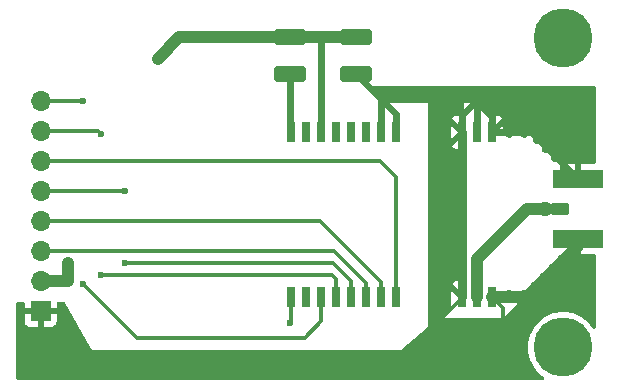
<source format=gbr>
%TF.GenerationSoftware,KiCad,Pcbnew,8.0.2*%
%TF.CreationDate,2024-06-12T11:30:57+02:00*%
%TF.ProjectId,e07-900m10s-breakout,6530372d-3930-4306-9d31-30732d627265,rev?*%
%TF.SameCoordinates,Original*%
%TF.FileFunction,Copper,L1,Top*%
%TF.FilePolarity,Positive*%
%FSLAX46Y46*%
G04 Gerber Fmt 4.6, Leading zero omitted, Abs format (unit mm)*
G04 Created by KiCad (PCBNEW 8.0.2) date 2024-06-12 11:30:57*
%MOMM*%
%LPD*%
G01*
G04 APERTURE LIST*
G04 Aperture macros list*
%AMRoundRect*
0 Rectangle with rounded corners*
0 $1 Rounding radius*
0 $2 $3 $4 $5 $6 $7 $8 $9 X,Y pos of 4 corners*
0 Add a 4 corners polygon primitive as box body*
4,1,4,$2,$3,$4,$5,$6,$7,$8,$9,$2,$3,0*
0 Add four circle primitives for the rounded corners*
1,1,$1+$1,$2,$3*
1,1,$1+$1,$4,$5*
1,1,$1+$1,$6,$7*
1,1,$1+$1,$8,$9*
0 Add four rect primitives between the rounded corners*
20,1,$1+$1,$2,$3,$4,$5,0*
20,1,$1+$1,$4,$5,$6,$7,0*
20,1,$1+$1,$6,$7,$8,$9,0*
20,1,$1+$1,$8,$9,$2,$3,0*%
G04 Aperture macros list end*
%TA.AperFunction,ComponentPad*%
%ADD10C,0.800000*%
%TD*%
%TA.AperFunction,ComponentPad*%
%ADD11C,5.000000*%
%TD*%
%TA.AperFunction,SMDPad,CuDef*%
%ADD12R,0.800000X1.800000*%
%TD*%
%TA.AperFunction,SMDPad,CuDef*%
%ADD13RoundRect,0.250000X1.100000X-0.412500X1.100000X0.412500X-1.100000X0.412500X-1.100000X-0.412500X0*%
%TD*%
%TA.AperFunction,SMDPad,CuDef*%
%ADD14RoundRect,0.101600X0.660400X0.406400X-0.660400X0.406400X-0.660400X-0.406400X0.660400X-0.406400X0*%
%TD*%
%TA.AperFunction,ComponentPad*%
%ADD15C,1.270000*%
%TD*%
%TA.AperFunction,SMDPad,CuDef*%
%ADD16R,4.318000X1.524000*%
%TD*%
%TA.AperFunction,ComponentPad*%
%ADD17R,1.700000X1.700000*%
%TD*%
%TA.AperFunction,ComponentPad*%
%ADD18O,1.700000X1.700000*%
%TD*%
%TA.AperFunction,ViaPad*%
%ADD19C,0.600000*%
%TD*%
%TA.AperFunction,Conductor*%
%ADD20C,0.600000*%
%TD*%
%TA.AperFunction,Conductor*%
%ADD21C,0.300000*%
%TD*%
%TA.AperFunction,Conductor*%
%ADD22C,0.800000*%
%TD*%
%TA.AperFunction,Conductor*%
%ADD23C,1.000000*%
%TD*%
%TA.AperFunction,Conductor*%
%ADD24C,0.200000*%
%TD*%
%TA.AperFunction,Conductor*%
%ADD25C,0.500000*%
%TD*%
G04 APERTURE END LIST*
D10*
%TO.P,H3,1*%
%TO.N,N/C*%
X153120825Y-76763825D03*
X153670000Y-75438000D03*
X153670000Y-78089650D03*
X154995825Y-74888825D03*
D11*
X154995825Y-76763825D03*
D10*
X154995825Y-78638825D03*
X156321650Y-75438000D03*
X156321650Y-78089650D03*
X156870825Y-76763825D03*
%TD*%
D12*
%TO.P,U1,1,GND*%
%TO.N,GND*%
X148954000Y-58532000D03*
%TO.P,U1,2,GND*%
X147684000Y-58532000D03*
%TO.P,U1,3,GND*%
X146414000Y-58532000D03*
%TO.P,U1,4,GND*%
X140844000Y-58532000D03*
%TO.P,U1,5,GND*%
X139574000Y-58532000D03*
%TO.P,U1,6*%
%TO.N,N/C*%
X138304000Y-58532000D03*
%TO.P,U1,7*%
X137034000Y-58532000D03*
%TO.P,U1,8*%
X135764000Y-58532000D03*
%TO.P,U1,9,VCC*%
%TO.N,3V3*%
X134494000Y-58532000D03*
%TO.P,U1,10*%
%TO.N,N/C*%
X133224000Y-58532000D03*
%TO.P,U1,11,GND*%
%TO.N,GND*%
X131954000Y-58532000D03*
%TO.P,U1,12,GND*%
X131954000Y-72532000D03*
%TO.P,U1,13*%
%TO.N,N/C*%
X133224000Y-72532000D03*
%TO.P,U1,14,GDO2*%
%TO.N,/GDO2*%
X134494000Y-72532000D03*
%TO.P,U1,15,GDO0*%
%TO.N,/GDO0*%
X135764000Y-72532000D03*
%TO.P,U1,16,GD01/MISO*%
%TO.N,/MISO*%
X137034000Y-72532000D03*
%TO.P,U1,17,MOSI*%
%TO.N,/MOSI*%
X138304000Y-72532000D03*
%TO.P,U1,18,SCK*%
%TO.N,/SCLK*%
X139574000Y-72532000D03*
%TO.P,U1,19,CSN*%
%TO.N,/CSN*%
X140844000Y-72532000D03*
%TO.P,U1,20,GND*%
%TO.N,GND*%
X146414000Y-72532000D03*
%TO.P,U1,21,ANT*%
%TO.N,/ANTENNA*%
X147684000Y-72532000D03*
%TO.P,U1,22,GND*%
%TO.N,GND*%
X148954000Y-72532000D03*
%TD*%
D13*
%TO.P,C1,1,1*%
%TO.N,GND*%
X131826000Y-53594000D03*
%TO.P,C1,2,2*%
%TO.N,3V3*%
X131826000Y-50469000D03*
%TD*%
D10*
%TO.P,H4,1*%
%TO.N,N/C*%
X153120825Y-50601825D03*
X153670000Y-49276000D03*
X153670000Y-51927650D03*
X154995825Y-48726825D03*
D11*
X154995825Y-50601825D03*
D10*
X154995825Y-52476825D03*
X156321650Y-49276000D03*
X156321650Y-51927650D03*
X156870825Y-50601825D03*
%TD*%
D14*
%TO.P,J$1,ANT1,ANT*%
%TO.N,/ANTENNA*%
X154716750Y-65024000D03*
D15*
%TO.P,J$1,ANT2,ANT*%
X153479500Y-65024000D03*
D16*
%TO.P,J$1,GND3,GND*%
%TO.N,GND*%
X156210000Y-67564000D03*
%TO.P,J$1,GND4,GND*%
X156210000Y-62484000D03*
%TD*%
D17*
%TO.P,J1,1,Pin_1*%
%TO.N,GND*%
X110744000Y-73660000D03*
D18*
%TO.P,J1,2,Pin_2*%
%TO.N,3V3*%
X110744000Y-71120000D03*
%TO.P,J1,3,Pin_3*%
%TO.N,/MOSI*%
X110744000Y-68580000D03*
%TO.P,J1,4,Pin_4*%
%TO.N,/SCLK*%
X110744000Y-66040000D03*
%TO.P,J1,5,Pin_5*%
%TO.N,/MISO*%
X110744000Y-63500000D03*
%TO.P,J1,6,Pin_6*%
%TO.N,/CSN*%
X110744000Y-60960000D03*
%TO.P,J1,7,Pin_7*%
%TO.N,/GDO0*%
X110744000Y-58420000D03*
%TO.P,J1,8,Pin_8*%
%TO.N,/GDO2*%
X110744000Y-55880000D03*
%TD*%
D13*
%TO.P,C2,1,1*%
%TO.N,GND*%
X137414000Y-53594000D03*
%TO.P,C2,2,2*%
%TO.N,3V3*%
X137414000Y-50469000D03*
%TD*%
D19*
%TO.N,GND*%
X129794000Y-78486000D03*
X150368000Y-72390000D03*
X154178000Y-70104000D03*
X156210000Y-72136000D03*
X144526000Y-64262000D03*
X144526000Y-74422000D03*
X155702000Y-68580000D03*
X152654000Y-71628000D03*
X146304000Y-62992000D03*
X151638000Y-58674000D03*
X131826000Y-74676000D03*
X154940000Y-61468000D03*
X146304000Y-65532000D03*
X144526000Y-69596000D03*
X110998000Y-77216000D03*
X150622000Y-76200000D03*
X144526000Y-66802000D03*
X147828000Y-55626000D03*
X144526000Y-61468000D03*
X153416000Y-59944000D03*
X146304000Y-68326000D03*
X139192000Y-55118000D03*
X150368000Y-58674000D03*
X146304000Y-70866000D03*
X146304000Y-60198000D03*
X155702000Y-57912000D03*
X151638000Y-56134000D03*
X144272000Y-55626000D03*
X120142000Y-78486000D03*
X145542000Y-77724000D03*
X131826000Y-55118000D03*
%TO.N,3V3*%
X113030000Y-69596000D03*
X120650000Y-52324000D03*
%TO.N,/MISO*%
X117856000Y-69596000D03*
X117856000Y-63500000D03*
%TO.N,/GDO0*%
X115824000Y-70612000D03*
X115824000Y-58674000D03*
%TO.N,/GDO2*%
X114300000Y-55880000D03*
X114300000Y-71374000D03*
%TD*%
D20*
%TO.N,GND*%
X154178000Y-60706000D02*
X154432000Y-60706000D01*
X139574000Y-58532000D02*
X139574000Y-55754000D01*
D21*
X149860000Y-73438000D02*
X148954000Y-72532000D01*
D22*
X146304000Y-70866000D02*
X146414000Y-70756000D01*
D20*
X154178000Y-60452000D02*
X154178000Y-60706000D01*
D23*
X150226000Y-72532000D02*
X150368000Y-72390000D01*
D22*
X146414000Y-72532000D02*
X146414000Y-70976000D01*
X146414000Y-70976000D02*
X146304000Y-70866000D01*
D23*
X148954000Y-72532000D02*
X150226000Y-72532000D01*
D22*
X146414000Y-62882000D02*
X146414000Y-61832000D01*
D20*
X152908000Y-59182000D02*
X153416000Y-59690000D01*
X150510000Y-58532000D02*
X151496000Y-58532000D01*
X150226000Y-58532000D02*
X150368000Y-58674000D01*
X153416000Y-59690000D02*
X153416000Y-59944000D01*
D23*
X156210000Y-68214000D02*
X155844000Y-68580000D01*
D20*
X151496000Y-58532000D02*
X151638000Y-58674000D01*
D23*
X151638000Y-72390000D02*
X151780000Y-72532000D01*
D22*
X146414000Y-70756000D02*
X146414000Y-69706000D01*
D21*
X146414000Y-72532000D02*
X146414000Y-72788000D01*
D20*
X148954000Y-57260000D02*
X148954000Y-58532000D01*
X147320000Y-55626000D02*
X147828000Y-55626000D01*
D21*
X131826000Y-58404000D02*
X131954000Y-58532000D01*
D22*
X146414000Y-64152000D02*
X146414000Y-63102000D01*
D23*
X155082000Y-69342000D02*
X154940000Y-69342000D01*
D21*
X144526000Y-74422000D02*
X149860000Y-74422000D01*
X146414000Y-72532000D02*
X146414000Y-72534000D01*
D23*
X155702000Y-68722000D02*
X155082000Y-69342000D01*
D22*
X146304000Y-65532000D02*
X146414000Y-65422000D01*
X146304000Y-68326000D02*
X146414000Y-68216000D01*
X146304000Y-62992000D02*
X146414000Y-62882000D01*
X146414000Y-64372000D02*
X146304000Y-64262000D01*
D23*
X154940000Y-69342000D02*
X154940000Y-69484000D01*
X151780000Y-72532000D02*
X151892000Y-72532000D01*
D20*
X151638000Y-58674000D02*
X151780000Y-58532000D01*
X140844000Y-57024000D02*
X140844000Y-58532000D01*
D23*
X152654000Y-71770000D02*
X151892000Y-72532000D01*
X153416000Y-70866000D02*
X153416000Y-71008000D01*
D22*
X146414000Y-66912000D02*
X146304000Y-66802000D01*
D20*
X154940000Y-61468000D02*
X155194000Y-61468000D01*
X147684000Y-55990000D02*
X147684000Y-58532000D01*
D22*
X146414000Y-66692000D02*
X146414000Y-65642000D01*
X146414000Y-63102000D02*
X146304000Y-62992000D01*
D20*
X147684000Y-55990000D02*
X148954000Y-57260000D01*
D22*
X146414000Y-65642000D02*
X146304000Y-65532000D01*
D21*
X131954000Y-74548000D02*
X131826000Y-74676000D01*
D22*
X146414000Y-60088000D02*
X146414000Y-58532000D01*
D20*
X154432000Y-60706000D02*
X154940000Y-61214000D01*
X139574000Y-55754000D02*
X140844000Y-57024000D01*
D23*
X152796000Y-71628000D02*
X152654000Y-71628000D01*
D20*
X154940000Y-61214000D02*
X154940000Y-61468000D01*
D22*
X146304000Y-69596000D02*
X146414000Y-69486000D01*
D20*
X144272000Y-55626000D02*
X144400000Y-55754000D01*
X155194000Y-61468000D02*
X156210000Y-62484000D01*
X139574000Y-55754000D02*
X139192000Y-55372000D01*
D22*
X146414000Y-65422000D02*
X146414000Y-64372000D01*
D20*
X152258000Y-58532000D02*
X152654000Y-58928000D01*
X147828000Y-55626000D02*
X147828000Y-56134000D01*
X152654000Y-59182000D02*
X152908000Y-59182000D01*
X139192000Y-55118000D02*
X138938000Y-55118000D01*
D22*
X146414000Y-61612000D02*
X146414000Y-60308000D01*
D23*
X153558000Y-70866000D02*
X153416000Y-70866000D01*
D20*
X147828000Y-56134000D02*
X147684000Y-55990000D01*
X138938000Y-55118000D02*
X137414000Y-53594000D01*
D23*
X155702000Y-68580000D02*
X155702000Y-68722000D01*
X154940000Y-69484000D02*
X154320000Y-70104000D01*
X150368000Y-72390000D02*
X150510000Y-72532000D01*
X152654000Y-71628000D02*
X152654000Y-71770000D01*
D22*
X146304000Y-60198000D02*
X146414000Y-60088000D01*
D21*
X156210000Y-67564000D02*
X156210000Y-68214000D01*
D20*
X151780000Y-58532000D02*
X152258000Y-58532000D01*
X153670000Y-59944000D02*
X154178000Y-60452000D01*
D22*
X146414000Y-61832000D02*
X146304000Y-61722000D01*
D20*
X150368000Y-58674000D02*
X150510000Y-58532000D01*
X146414000Y-57040000D02*
X146414000Y-58532000D01*
D23*
X154178000Y-70104000D02*
X154178000Y-70246000D01*
D20*
X139192000Y-55372000D02*
X139192000Y-55118000D01*
X152654000Y-58928000D02*
X152654000Y-59182000D01*
D23*
X150510000Y-72532000D02*
X151496000Y-72532000D01*
D22*
X146414000Y-68216000D02*
X146414000Y-66912000D01*
X146304000Y-64262000D02*
X146414000Y-64152000D01*
D20*
X147574000Y-55880000D02*
X147320000Y-55626000D01*
D23*
X151496000Y-72532000D02*
X151638000Y-72390000D01*
D20*
X139574000Y-55754000D02*
X144144000Y-55754000D01*
D21*
X146414000Y-72534000D02*
X144780000Y-74168000D01*
D23*
X154178000Y-70246000D02*
X153558000Y-70866000D01*
D20*
X144144000Y-55754000D02*
X144272000Y-55626000D01*
D21*
X131954000Y-72532000D02*
X131954000Y-74548000D01*
D20*
X147574000Y-55880000D02*
X146414000Y-57040000D01*
D21*
X149860000Y-74422000D02*
X149860000Y-73438000D01*
D23*
X155844000Y-68580000D02*
X155702000Y-68580000D01*
D24*
X148954000Y-58532000D02*
X148954000Y-58784000D01*
D22*
X146414000Y-69486000D02*
X146414000Y-68436000D01*
D20*
X148954000Y-58532000D02*
X150226000Y-58532000D01*
D22*
X146304000Y-61722000D02*
X146414000Y-61612000D01*
X146304000Y-66802000D02*
X146414000Y-66692000D01*
D20*
X147448000Y-55754000D02*
X147574000Y-55880000D01*
D22*
X146414000Y-69706000D02*
X146304000Y-69596000D01*
D23*
X154320000Y-70104000D02*
X154178000Y-70104000D01*
D20*
X131826000Y-53594000D02*
X131826000Y-55118000D01*
X131826000Y-55118000D02*
X131826000Y-58404000D01*
X144400000Y-55754000D02*
X147448000Y-55754000D01*
X153416000Y-59944000D02*
X153670000Y-59944000D01*
D22*
X146414000Y-68436000D02*
X146304000Y-68326000D01*
X146414000Y-60308000D02*
X146304000Y-60198000D01*
D23*
X153416000Y-71008000D02*
X152796000Y-71628000D01*
D24*
%TO.N,3V3*%
X155854825Y-51363825D02*
X155092825Y-50601825D01*
D20*
X134494000Y-50595000D02*
X134494000Y-58532000D01*
X134620000Y-50469000D02*
X134494000Y-50595000D01*
D23*
X110744000Y-71120000D02*
X113030000Y-71120000D01*
D25*
X137337000Y-50546000D02*
X137414000Y-50469000D01*
D23*
X134620000Y-50469000D02*
X137414000Y-50469000D01*
X131826000Y-50469000D02*
X134620000Y-50469000D01*
X122505000Y-50469000D02*
X131826000Y-50469000D01*
X120650000Y-52324000D02*
X122505000Y-50469000D01*
X113030000Y-71120000D02*
X113030000Y-69596000D01*
D21*
%TO.N,/MISO*%
X117856000Y-63500000D02*
X110744000Y-63500000D01*
X135497370Y-69596000D02*
X137034000Y-71132630D01*
X117856000Y-69596000D02*
X135497370Y-69596000D01*
X137034000Y-71132630D02*
X137034000Y-72532000D01*
%TO.N,/CSN*%
X140844000Y-72532000D02*
X140844000Y-62358000D01*
X139446000Y-60960000D02*
X110744000Y-60960000D01*
X140844000Y-62358000D02*
X139446000Y-60960000D01*
%TO.N,/GDO0*%
X115570000Y-58420000D02*
X110744000Y-58420000D01*
X115824000Y-70612000D02*
X135382000Y-70612000D01*
X135764000Y-70994000D02*
X135764000Y-72532000D01*
X135382000Y-70612000D02*
X135764000Y-70994000D01*
D24*
X115824000Y-58674000D02*
X115570000Y-58420000D01*
D21*
%TO.N,/GDO2*%
X118872000Y-75946000D02*
X133096000Y-75946000D01*
X133096000Y-75946000D02*
X134494000Y-74548000D01*
X114300000Y-55880000D02*
X110744000Y-55880000D01*
D24*
X114342000Y-71332000D02*
X114300000Y-71374000D01*
D21*
X134494000Y-74548000D02*
X134494000Y-72532000D01*
X114300000Y-71374000D02*
X118872000Y-75946000D01*
%TO.N,/MOSI*%
X135612740Y-68580000D02*
X138304000Y-71271260D01*
X110744000Y-68580000D02*
X135612740Y-68580000D01*
X138304000Y-71271260D02*
X138304000Y-72532000D01*
%TO.N,/SCLK*%
X134412000Y-66040000D02*
X139574000Y-71202000D01*
X139574000Y-71202000D02*
X139574000Y-72532000D01*
X110744000Y-66040000D02*
X134412000Y-66040000D01*
D23*
%TO.N,/ANTENNA*%
X153479500Y-65024000D02*
X151892000Y-65024000D01*
X147684000Y-69232000D02*
X147684000Y-72532000D01*
X151892000Y-65024000D02*
X147684000Y-69232000D01*
D21*
X153479500Y-65024000D02*
X154716750Y-65024000D01*
%TD*%
%TA.AperFunction,Conductor*%
%TO.N,GND*%
G36*
X157684539Y-54629685D02*
G01*
X157730294Y-54682489D01*
X157741500Y-54734000D01*
X157741500Y-61098000D01*
X157721815Y-61165039D01*
X157669011Y-61210794D01*
X157617500Y-61222000D01*
X156460000Y-61222000D01*
X156460000Y-61722000D01*
X155960000Y-61722000D01*
X155960000Y-61222000D01*
X155253362Y-61222000D01*
X155186323Y-61202315D01*
X155165681Y-61185681D01*
X152400001Y-58420000D01*
X152400000Y-58420000D01*
X152351813Y-58421566D01*
X149982028Y-58498586D01*
X149914384Y-58481089D01*
X149866938Y-58429799D01*
X149854000Y-58374651D01*
X149854000Y-57985553D01*
X149853999Y-57985552D01*
X149319427Y-58520123D01*
X148954000Y-58532000D01*
X148927933Y-58204511D01*
X149773885Y-57358560D01*
X149711194Y-57274817D01*
X149711185Y-57274808D01*
X149596093Y-57188649D01*
X149596086Y-57188645D01*
X149461379Y-57138403D01*
X149461372Y-57138401D01*
X149401844Y-57132000D01*
X148877362Y-57132000D01*
X148810323Y-57112315D01*
X148789681Y-57095681D01*
X147574000Y-55880000D01*
X146558000Y-55880000D01*
X146558000Y-55626000D01*
X143510000Y-55626000D01*
X143510000Y-55880000D01*
X139751362Y-55880000D01*
X139684323Y-55860315D01*
X139663681Y-55843681D01*
X138733219Y-54913219D01*
X138699734Y-54851896D01*
X138704718Y-54782204D01*
X138746590Y-54726271D01*
X138781896Y-54707832D01*
X138833119Y-54690858D01*
X138833124Y-54690856D01*
X138934283Y-54628461D01*
X138999380Y-54610000D01*
X157617500Y-54610000D01*
X157684539Y-54629685D01*
G37*
%TD.AperFunction*%
%TD*%
%TA.AperFunction,Conductor*%
%TO.N,GND*%
G36*
X146558000Y-55880000D02*
G01*
X146558000Y-57008000D01*
X146538315Y-57075039D01*
X146485511Y-57120794D01*
X146434000Y-57132000D01*
X145966155Y-57132000D01*
X145906627Y-57138401D01*
X145906620Y-57138403D01*
X145771913Y-57188645D01*
X145771906Y-57188649D01*
X145656812Y-57274809D01*
X145594114Y-57358560D01*
X145594114Y-57358561D01*
X146558000Y-58322447D01*
X146558000Y-58741550D01*
X145594114Y-59705436D01*
X145594113Y-59705438D01*
X145656805Y-59789182D01*
X145656814Y-59789191D01*
X145771906Y-59875350D01*
X145771913Y-59875354D01*
X145906620Y-59925596D01*
X145906627Y-59925598D01*
X145966155Y-59931999D01*
X145966172Y-59932000D01*
X146434000Y-59932000D01*
X146501039Y-59951685D01*
X146546794Y-60004489D01*
X146558000Y-60056000D01*
X146558000Y-71008000D01*
X146538315Y-71075039D01*
X146485511Y-71120794D01*
X146434000Y-71132000D01*
X145966155Y-71132000D01*
X145906627Y-71138401D01*
X145906620Y-71138403D01*
X145771913Y-71188645D01*
X145771906Y-71188649D01*
X145656812Y-71274809D01*
X145594114Y-71358560D01*
X145594114Y-71358561D01*
X146558000Y-72322447D01*
X146558000Y-72390000D01*
X146224320Y-72695872D01*
X145514000Y-71985552D01*
X145514000Y-73292452D01*
X145494315Y-73359491D01*
X145473789Y-73383859D01*
X143510000Y-75184000D01*
X143510000Y-59078447D01*
X145514000Y-59078447D01*
X146060447Y-58532000D01*
X146060447Y-58531999D01*
X145514000Y-57985552D01*
X145514000Y-59078447D01*
X143510000Y-59078447D01*
X143510000Y-55626000D01*
X146558000Y-55626000D01*
X146558000Y-55880000D01*
G37*
%TD.AperFunction*%
%TD*%
%TA.AperFunction,Conductor*%
%TO.N,GND*%
G36*
X156460000Y-68826000D02*
G01*
X157617500Y-68826000D01*
X157684539Y-68845685D01*
X157730294Y-68898489D01*
X157741500Y-68950000D01*
X157741500Y-75055698D01*
X157721815Y-75122737D01*
X157669011Y-75168492D01*
X157599853Y-75178436D01*
X157536297Y-75149411D01*
X157510114Y-75117700D01*
X157506953Y-75112226D01*
X157298240Y-74831875D01*
X157298235Y-74831869D01*
X157182258Y-74708942D01*
X157058383Y-74577642D01*
X156872896Y-74422000D01*
X156790638Y-74352977D01*
X156790630Y-74352971D01*
X156498621Y-74160913D01*
X156186283Y-74004051D01*
X156186277Y-74004048D01*
X155857837Y-73884506D01*
X155857834Y-73884505D01*
X155517740Y-73803902D01*
X155474344Y-73798829D01*
X155170584Y-73763325D01*
X154821066Y-73763325D01*
X154517305Y-73798829D01*
X154473910Y-73803902D01*
X154473908Y-73803902D01*
X154133815Y-73884505D01*
X154133812Y-73884506D01*
X153805372Y-74004048D01*
X153805366Y-74004051D01*
X153493028Y-74160913D01*
X153201019Y-74352971D01*
X153201011Y-74352977D01*
X152933267Y-74577642D01*
X152933265Y-74577644D01*
X152693414Y-74831869D01*
X152693409Y-74831875D01*
X152484695Y-75112227D01*
X152309938Y-75414916D01*
X152309932Y-75414929D01*
X152171499Y-75735852D01*
X152071255Y-76070690D01*
X152071253Y-76070697D01*
X152010564Y-76414886D01*
X152010563Y-76414897D01*
X151990240Y-76763821D01*
X151990240Y-76763828D01*
X152010563Y-77112752D01*
X152010564Y-77112763D01*
X152071253Y-77456952D01*
X152071255Y-77456959D01*
X152171499Y-77791797D01*
X152309932Y-78112720D01*
X152309938Y-78112733D01*
X152484695Y-78415422D01*
X152693409Y-78695774D01*
X152693414Y-78695780D01*
X152817288Y-78827078D01*
X152933267Y-78950008D01*
X153109728Y-79098076D01*
X153201011Y-79174672D01*
X153201019Y-79174678D01*
X153364041Y-79281900D01*
X153409235Y-79335185D01*
X153418446Y-79404445D01*
X153388751Y-79467690D01*
X153329576Y-79504840D01*
X153295902Y-79509500D01*
X108828500Y-79509500D01*
X108761461Y-79489815D01*
X108715706Y-79437011D01*
X108704500Y-79385500D01*
X108704500Y-73022000D01*
X108724185Y-72954961D01*
X108776989Y-72909206D01*
X108828500Y-72898000D01*
X109270000Y-72898000D01*
X109337039Y-72917685D01*
X109382794Y-72970489D01*
X109394000Y-73022000D01*
X109394000Y-73410000D01*
X110310988Y-73410000D01*
X110278075Y-73467007D01*
X110244000Y-73594174D01*
X110244000Y-73725826D01*
X110278075Y-73852993D01*
X110310988Y-73910000D01*
X109394000Y-73910000D01*
X109394000Y-74557844D01*
X109400401Y-74617372D01*
X109400403Y-74617379D01*
X109450645Y-74752086D01*
X109450649Y-74752093D01*
X109536809Y-74867187D01*
X109536812Y-74867190D01*
X109651906Y-74953350D01*
X109651913Y-74953354D01*
X109786620Y-75003596D01*
X109786627Y-75003598D01*
X109846155Y-75009999D01*
X109846172Y-75010000D01*
X110494000Y-75010000D01*
X110494000Y-74093012D01*
X110551007Y-74125925D01*
X110678174Y-74160000D01*
X110809826Y-74160000D01*
X110936993Y-74125925D01*
X110994000Y-74093012D01*
X110994000Y-75010000D01*
X111641828Y-75010000D01*
X111641844Y-75009999D01*
X111701372Y-75003598D01*
X111701379Y-75003596D01*
X111836086Y-74953354D01*
X111836093Y-74953350D01*
X111951187Y-74867190D01*
X111951190Y-74867187D01*
X112037350Y-74752093D01*
X112037354Y-74752086D01*
X112087596Y-74617379D01*
X112087598Y-74617372D01*
X112093999Y-74557844D01*
X112094000Y-74557827D01*
X112094000Y-73910000D01*
X111177012Y-73910000D01*
X111209925Y-73852993D01*
X111244000Y-73725826D01*
X111244000Y-73594174D01*
X111209925Y-73467007D01*
X111177012Y-73410000D01*
X112094000Y-73410000D01*
X112094000Y-73022000D01*
X112113685Y-72954961D01*
X112166489Y-72909206D01*
X112218000Y-72898000D01*
X112703479Y-72898000D01*
X112770518Y-72917685D01*
X112811554Y-72961208D01*
X114950524Y-76763821D01*
X115062000Y-76962000D01*
X141223999Y-76962000D01*
X141224000Y-76962000D01*
X143510000Y-75057000D01*
X143510000Y-75184000D01*
X144341273Y-74422000D01*
X149860000Y-74422000D01*
X150071890Y-74191685D01*
X154971479Y-68866045D01*
X155031355Y-68830036D01*
X155062734Y-68826000D01*
X155960000Y-68826000D01*
X155960000Y-68072000D01*
X156460000Y-68072000D01*
X156460000Y-68826000D01*
G37*
%TD.AperFunction*%
%TD*%
M02*

</source>
